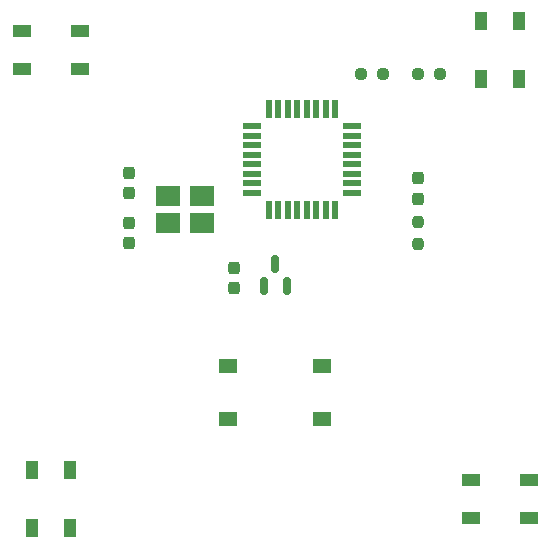
<source format=gtp>
G04 #@! TF.GenerationSoftware,KiCad,Pcbnew,7.0.2-6a45011f42~172~ubuntu22.04.1*
G04 #@! TF.CreationDate,2023-05-08T10:08:59-04:00*
G04 #@! TF.ProjectId,v2,76322e6b-6963-4616-945f-706362585858,rev?*
G04 #@! TF.SameCoordinates,Original*
G04 #@! TF.FileFunction,Paste,Top*
G04 #@! TF.FilePolarity,Positive*
%FSLAX46Y46*%
G04 Gerber Fmt 4.6, Leading zero omitted, Abs format (unit mm)*
G04 Created by KiCad (PCBNEW 7.0.2-6a45011f42~172~ubuntu22.04.1) date 2023-05-08 10:08:59*
%MOMM*%
%LPD*%
G01*
G04 APERTURE LIST*
G04 Aperture macros list*
%AMRoundRect*
0 Rectangle with rounded corners*
0 $1 Rounding radius*
0 $2 $3 $4 $5 $6 $7 $8 $9 X,Y pos of 4 corners*
0 Add a 4 corners polygon primitive as box body*
4,1,4,$2,$3,$4,$5,$6,$7,$8,$9,$2,$3,0*
0 Add four circle primitives for the rounded corners*
1,1,$1+$1,$2,$3*
1,1,$1+$1,$4,$5*
1,1,$1+$1,$6,$7*
1,1,$1+$1,$8,$9*
0 Add four rect primitives between the rounded corners*
20,1,$1+$1,$2,$3,$4,$5,0*
20,1,$1+$1,$4,$5,$6,$7,0*
20,1,$1+$1,$6,$7,$8,$9,0*
20,1,$1+$1,$8,$9,$2,$3,0*%
G04 Aperture macros list end*
%ADD10RoundRect,0.237500X0.237500X-0.250000X0.237500X0.250000X-0.237500X0.250000X-0.237500X-0.250000X0*%
%ADD11RoundRect,0.237500X-0.237500X0.287500X-0.237500X-0.287500X0.237500X-0.287500X0.237500X0.287500X0*%
%ADD12RoundRect,0.237500X0.237500X-0.300000X0.237500X0.300000X-0.237500X0.300000X-0.237500X-0.300000X0*%
%ADD13RoundRect,0.150000X0.150000X-0.587500X0.150000X0.587500X-0.150000X0.587500X-0.150000X-0.587500X0*%
%ADD14R,1.550000X1.300000*%
%ADD15R,2.100000X1.800000*%
%ADD16R,1.500000X1.000000*%
%ADD17RoundRect,0.237500X-0.250000X-0.237500X0.250000X-0.237500X0.250000X0.237500X-0.250000X0.237500X0*%
%ADD18R,1.600000X0.550000*%
%ADD19R,0.550000X1.600000*%
%ADD20R,1.000000X1.500000*%
%ADD21RoundRect,0.237500X-0.237500X0.300000X-0.237500X-0.300000X0.237500X-0.300000X0.237500X0.300000X0*%
G04 APERTURE END LIST*
D10*
X112100000Y-97400000D03*
X112100000Y-95575000D03*
D11*
X112100000Y-93575000D03*
X112100000Y-91825000D03*
D12*
X96500000Y-101125000D03*
X96500000Y-99400000D03*
D13*
X99050000Y-100937500D03*
X100950000Y-100937500D03*
X100000000Y-99062500D03*
D14*
X96020000Y-107750000D03*
X103980000Y-107750000D03*
X96020000Y-112250000D03*
X103980000Y-112250000D03*
D15*
X93800000Y-93300000D03*
X90900000Y-93300000D03*
X90900000Y-95600000D03*
X93800000Y-95600000D03*
D16*
X78550000Y-79400000D03*
X78550000Y-82600000D03*
X83450000Y-82600000D03*
X83450000Y-79400000D03*
D17*
X107250000Y-83000000D03*
X109075000Y-83000000D03*
D18*
X98000000Y-87450000D03*
X98000000Y-88250000D03*
X98000000Y-89050000D03*
X98000000Y-89850000D03*
X98000000Y-90650000D03*
X98000000Y-91450000D03*
X98000000Y-92250000D03*
X98000000Y-93050000D03*
D19*
X99450000Y-94500000D03*
X100250000Y-94500000D03*
X101050000Y-94500000D03*
X101850000Y-94500000D03*
X102650000Y-94500000D03*
X103450000Y-94500000D03*
X104250000Y-94500000D03*
X105050000Y-94500000D03*
D18*
X106500000Y-93050000D03*
X106500000Y-92250000D03*
X106500000Y-91450000D03*
X106500000Y-90650000D03*
X106500000Y-89850000D03*
X106500000Y-89050000D03*
X106500000Y-88250000D03*
X106500000Y-87450000D03*
D19*
X105050000Y-86000000D03*
X104250000Y-86000000D03*
X103450000Y-86000000D03*
X102650000Y-86000000D03*
X101850000Y-86000000D03*
X101050000Y-86000000D03*
X100250000Y-86000000D03*
X99450000Y-86000000D03*
D20*
X120600000Y-78550000D03*
X117400000Y-78550000D03*
X117400000Y-83450000D03*
X120600000Y-83450000D03*
D21*
X87650000Y-91400000D03*
X87650000Y-93125000D03*
D17*
X112087500Y-83000000D03*
X113912500Y-83000000D03*
D16*
X121450000Y-120600000D03*
X121450000Y-117400000D03*
X116550000Y-117400000D03*
X116550000Y-120600000D03*
D20*
X79400000Y-121450000D03*
X82600000Y-121450000D03*
X82600000Y-116550000D03*
X79400000Y-116550000D03*
D21*
X87650000Y-95587500D03*
X87650000Y-97312500D03*
M02*

</source>
